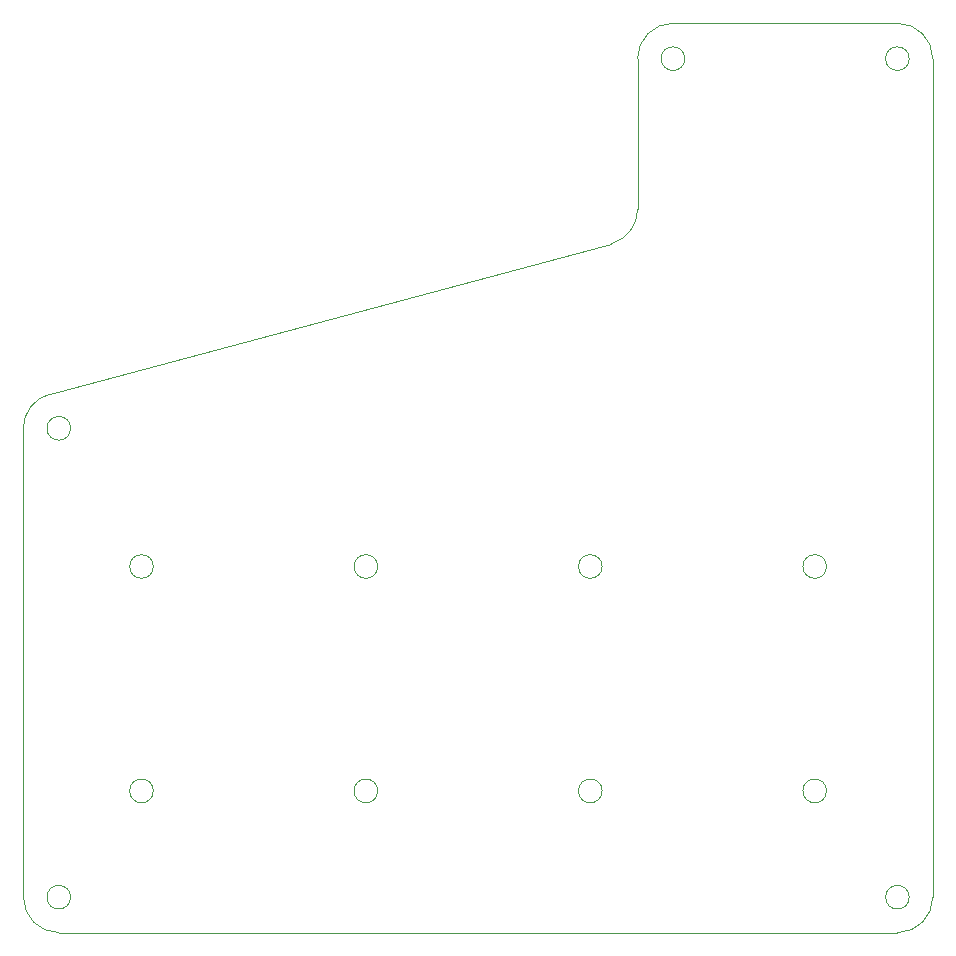
<source format=gbr>
G04 #@! TF.FileFunction,Profile,NP*
%FSLAX46Y46*%
G04 Gerber Fmt 4.6, Leading zero omitted, Abs format (unit mm)*
G04 Created by KiCad (PCBNEW 4.0.4-stable) date 07/06/18 22:48:26*
%MOMM*%
%LPD*%
G01*
G04 APERTURE LIST*
%ADD10C,0.100000*%
G04 APERTURE END LIST*
D10*
X161620000Y-136551981D02*
G75*
G02X163843543Y-133654203I3000000J0D01*
G01*
X172620000Y-167250000D02*
G75*
G03X172620000Y-167250000I-1000000J0D01*
G01*
X213620000Y-118014661D02*
G75*
G02X211396457Y-120912438I-3000000J0D01*
G01*
X211396457Y-120912438D02*
X163843543Y-133654203D01*
X164620000Y-179250000D02*
G75*
G02X161620000Y-176250000I0J3000000D01*
G01*
X213620000Y-105250000D02*
X213620000Y-118014661D01*
X213620000Y-105250000D02*
G75*
G02X216620000Y-102250000I3000000J0D01*
G01*
X161620000Y-136551981D02*
X161620000Y-176250000D01*
X229620000Y-167250000D02*
G75*
G03X229620000Y-167250000I-1000000J0D01*
G01*
X210620000Y-167250000D02*
G75*
G03X210620000Y-167250000I-1000000J0D01*
G01*
X217620000Y-105250000D02*
G75*
G03X217620000Y-105250000I-1000000J0D01*
G01*
X236620000Y-105250000D02*
G75*
G03X236620000Y-105250000I-1000000J0D01*
G01*
X165620000Y-136551981D02*
G75*
G03X165620000Y-136551981I-1000000J0D01*
G01*
X236620000Y-176250000D02*
G75*
G03X236620000Y-176250000I-1000000J0D01*
G01*
X165620000Y-176250000D02*
G75*
G03X165620000Y-176250000I-1000000J0D01*
G01*
X164620000Y-179250000D02*
X235620000Y-179250000D01*
X238620000Y-176250000D02*
G75*
G02X235620000Y-179250000I-3000000J0D01*
G01*
X238620000Y-176250000D02*
X238620000Y-105250000D01*
X235620000Y-102250000D02*
G75*
G02X238620000Y-105250000I0J-3000000D01*
G01*
X235620000Y-102250000D02*
X216620000Y-102250000D01*
X229620000Y-148250000D02*
G75*
G03X229620000Y-148250000I-1000000J0D01*
G01*
X191620000Y-148250000D02*
G75*
G03X191620000Y-148250000I-1000000J0D01*
G01*
X172620000Y-148250000D02*
G75*
G03X172620000Y-148250000I-1000000J0D01*
G01*
X191620000Y-167250000D02*
G75*
G03X191620000Y-167250000I-1000000J0D01*
G01*
X210620000Y-148250000D02*
G75*
G03X210620000Y-148250000I-1000000J0D01*
G01*
M02*

</source>
